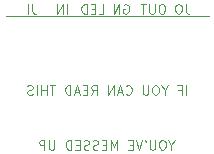
<source format=gbr>
%TF.GenerationSoftware,KiCad,Pcbnew,9.0.0*%
%TF.CreationDate,2025-02-28T17:36:00-08:00*%
%TF.ProjectId,3pdt board,33706474-2062-46f6-9172-642e6b696361,rev?*%
%TF.SameCoordinates,Original*%
%TF.FileFunction,Legend,Bot*%
%TF.FilePolarity,Positive*%
%FSLAX46Y46*%
G04 Gerber Fmt 4.6, Leading zero omitted, Abs format (unit mm)*
G04 Created by KiCad (PCBNEW 9.0.0) date 2025-02-28 17:36:00*
%MOMM*%
%LPD*%
G01*
G04 APERTURE LIST*
%ADD10C,0.125000*%
%ADD11C,0.100000*%
G04 APERTURE END LIST*
D10*
X145024761Y-81494642D02*
X145024761Y-81875595D01*
X145291428Y-81075595D02*
X145024761Y-81494642D01*
X145024761Y-81494642D02*
X144758095Y-81075595D01*
X144339047Y-81075595D02*
X144186666Y-81075595D01*
X144186666Y-81075595D02*
X144110476Y-81113690D01*
X144110476Y-81113690D02*
X144034285Y-81189880D01*
X144034285Y-81189880D02*
X143996190Y-81342261D01*
X143996190Y-81342261D02*
X143996190Y-81608928D01*
X143996190Y-81608928D02*
X144034285Y-81761309D01*
X144034285Y-81761309D02*
X144110476Y-81837500D01*
X144110476Y-81837500D02*
X144186666Y-81875595D01*
X144186666Y-81875595D02*
X144339047Y-81875595D01*
X144339047Y-81875595D02*
X144415238Y-81837500D01*
X144415238Y-81837500D02*
X144491428Y-81761309D01*
X144491428Y-81761309D02*
X144529524Y-81608928D01*
X144529524Y-81608928D02*
X144529524Y-81342261D01*
X144529524Y-81342261D02*
X144491428Y-81189880D01*
X144491428Y-81189880D02*
X144415238Y-81113690D01*
X144415238Y-81113690D02*
X144339047Y-81075595D01*
X143653333Y-81075595D02*
X143653333Y-81723214D01*
X143653333Y-81723214D02*
X143615238Y-81799404D01*
X143615238Y-81799404D02*
X143577143Y-81837500D01*
X143577143Y-81837500D02*
X143500952Y-81875595D01*
X143500952Y-81875595D02*
X143348571Y-81875595D01*
X143348571Y-81875595D02*
X143272381Y-81837500D01*
X143272381Y-81837500D02*
X143234286Y-81799404D01*
X143234286Y-81799404D02*
X143196190Y-81723214D01*
X143196190Y-81723214D02*
X143196190Y-81075595D01*
X142777143Y-81075595D02*
X142853334Y-81227976D01*
X142548572Y-81075595D02*
X142281905Y-81875595D01*
X142281905Y-81875595D02*
X142015239Y-81075595D01*
X141748572Y-81456547D02*
X141481906Y-81456547D01*
X141367620Y-81875595D02*
X141748572Y-81875595D01*
X141748572Y-81875595D02*
X141748572Y-81075595D01*
X141748572Y-81075595D02*
X141367620Y-81075595D01*
X140415238Y-81875595D02*
X140415238Y-81075595D01*
X140415238Y-81075595D02*
X140148572Y-81647023D01*
X140148572Y-81647023D02*
X139881905Y-81075595D01*
X139881905Y-81075595D02*
X139881905Y-81875595D01*
X139500952Y-81456547D02*
X139234286Y-81456547D01*
X139120000Y-81875595D02*
X139500952Y-81875595D01*
X139500952Y-81875595D02*
X139500952Y-81075595D01*
X139500952Y-81075595D02*
X139120000Y-81075595D01*
X138815238Y-81837500D02*
X138700952Y-81875595D01*
X138700952Y-81875595D02*
X138510476Y-81875595D01*
X138510476Y-81875595D02*
X138434285Y-81837500D01*
X138434285Y-81837500D02*
X138396190Y-81799404D01*
X138396190Y-81799404D02*
X138358095Y-81723214D01*
X138358095Y-81723214D02*
X138358095Y-81647023D01*
X138358095Y-81647023D02*
X138396190Y-81570833D01*
X138396190Y-81570833D02*
X138434285Y-81532738D01*
X138434285Y-81532738D02*
X138510476Y-81494642D01*
X138510476Y-81494642D02*
X138662857Y-81456547D01*
X138662857Y-81456547D02*
X138739047Y-81418452D01*
X138739047Y-81418452D02*
X138777142Y-81380357D01*
X138777142Y-81380357D02*
X138815238Y-81304166D01*
X138815238Y-81304166D02*
X138815238Y-81227976D01*
X138815238Y-81227976D02*
X138777142Y-81151785D01*
X138777142Y-81151785D02*
X138739047Y-81113690D01*
X138739047Y-81113690D02*
X138662857Y-81075595D01*
X138662857Y-81075595D02*
X138472380Y-81075595D01*
X138472380Y-81075595D02*
X138358095Y-81113690D01*
X138053333Y-81837500D02*
X137939047Y-81875595D01*
X137939047Y-81875595D02*
X137748571Y-81875595D01*
X137748571Y-81875595D02*
X137672380Y-81837500D01*
X137672380Y-81837500D02*
X137634285Y-81799404D01*
X137634285Y-81799404D02*
X137596190Y-81723214D01*
X137596190Y-81723214D02*
X137596190Y-81647023D01*
X137596190Y-81647023D02*
X137634285Y-81570833D01*
X137634285Y-81570833D02*
X137672380Y-81532738D01*
X137672380Y-81532738D02*
X137748571Y-81494642D01*
X137748571Y-81494642D02*
X137900952Y-81456547D01*
X137900952Y-81456547D02*
X137977142Y-81418452D01*
X137977142Y-81418452D02*
X138015237Y-81380357D01*
X138015237Y-81380357D02*
X138053333Y-81304166D01*
X138053333Y-81304166D02*
X138053333Y-81227976D01*
X138053333Y-81227976D02*
X138015237Y-81151785D01*
X138015237Y-81151785D02*
X137977142Y-81113690D01*
X137977142Y-81113690D02*
X137900952Y-81075595D01*
X137900952Y-81075595D02*
X137710475Y-81075595D01*
X137710475Y-81075595D02*
X137596190Y-81113690D01*
X137253332Y-81456547D02*
X136986666Y-81456547D01*
X136872380Y-81875595D02*
X137253332Y-81875595D01*
X137253332Y-81875595D02*
X137253332Y-81075595D01*
X137253332Y-81075595D02*
X136872380Y-81075595D01*
X136529522Y-81875595D02*
X136529522Y-81075595D01*
X136529522Y-81075595D02*
X136339046Y-81075595D01*
X136339046Y-81075595D02*
X136224760Y-81113690D01*
X136224760Y-81113690D02*
X136148570Y-81189880D01*
X136148570Y-81189880D02*
X136110475Y-81266071D01*
X136110475Y-81266071D02*
X136072379Y-81418452D01*
X136072379Y-81418452D02*
X136072379Y-81532738D01*
X136072379Y-81532738D02*
X136110475Y-81685119D01*
X136110475Y-81685119D02*
X136148570Y-81761309D01*
X136148570Y-81761309D02*
X136224760Y-81837500D01*
X136224760Y-81837500D02*
X136339046Y-81875595D01*
X136339046Y-81875595D02*
X136529522Y-81875595D01*
X135119998Y-81075595D02*
X135119998Y-81723214D01*
X135119998Y-81723214D02*
X135081903Y-81799404D01*
X135081903Y-81799404D02*
X135043808Y-81837500D01*
X135043808Y-81837500D02*
X134967617Y-81875595D01*
X134967617Y-81875595D02*
X134815236Y-81875595D01*
X134815236Y-81875595D02*
X134739046Y-81837500D01*
X134739046Y-81837500D02*
X134700951Y-81799404D01*
X134700951Y-81799404D02*
X134662855Y-81723214D01*
X134662855Y-81723214D02*
X134662855Y-81075595D01*
X134281903Y-81875595D02*
X134281903Y-81075595D01*
X134281903Y-81075595D02*
X133977141Y-81075595D01*
X133977141Y-81075595D02*
X133900951Y-81113690D01*
X133900951Y-81113690D02*
X133862856Y-81151785D01*
X133862856Y-81151785D02*
X133824760Y-81227976D01*
X133824760Y-81227976D02*
X133824760Y-81342261D01*
X133824760Y-81342261D02*
X133862856Y-81418452D01*
X133862856Y-81418452D02*
X133900951Y-81456547D01*
X133900951Y-81456547D02*
X133977141Y-81494642D01*
X133977141Y-81494642D02*
X134281903Y-81494642D01*
X146274760Y-77225595D02*
X146274760Y-76425595D01*
X145627142Y-76806547D02*
X145893808Y-76806547D01*
X145893808Y-77225595D02*
X145893808Y-76425595D01*
X145893808Y-76425595D02*
X145512856Y-76425595D01*
X144446189Y-76844642D02*
X144446189Y-77225595D01*
X144712856Y-76425595D02*
X144446189Y-76844642D01*
X144446189Y-76844642D02*
X144179523Y-76425595D01*
X143760475Y-76425595D02*
X143608094Y-76425595D01*
X143608094Y-76425595D02*
X143531904Y-76463690D01*
X143531904Y-76463690D02*
X143455713Y-76539880D01*
X143455713Y-76539880D02*
X143417618Y-76692261D01*
X143417618Y-76692261D02*
X143417618Y-76958928D01*
X143417618Y-76958928D02*
X143455713Y-77111309D01*
X143455713Y-77111309D02*
X143531904Y-77187500D01*
X143531904Y-77187500D02*
X143608094Y-77225595D01*
X143608094Y-77225595D02*
X143760475Y-77225595D01*
X143760475Y-77225595D02*
X143836666Y-77187500D01*
X143836666Y-77187500D02*
X143912856Y-77111309D01*
X143912856Y-77111309D02*
X143950952Y-76958928D01*
X143950952Y-76958928D02*
X143950952Y-76692261D01*
X143950952Y-76692261D02*
X143912856Y-76539880D01*
X143912856Y-76539880D02*
X143836666Y-76463690D01*
X143836666Y-76463690D02*
X143760475Y-76425595D01*
X143074761Y-76425595D02*
X143074761Y-77073214D01*
X143074761Y-77073214D02*
X143036666Y-77149404D01*
X143036666Y-77149404D02*
X142998571Y-77187500D01*
X142998571Y-77187500D02*
X142922380Y-77225595D01*
X142922380Y-77225595D02*
X142769999Y-77225595D01*
X142769999Y-77225595D02*
X142693809Y-77187500D01*
X142693809Y-77187500D02*
X142655714Y-77149404D01*
X142655714Y-77149404D02*
X142617618Y-77073214D01*
X142617618Y-77073214D02*
X142617618Y-76425595D01*
X141169999Y-77149404D02*
X141208095Y-77187500D01*
X141208095Y-77187500D02*
X141322380Y-77225595D01*
X141322380Y-77225595D02*
X141398571Y-77225595D01*
X141398571Y-77225595D02*
X141512857Y-77187500D01*
X141512857Y-77187500D02*
X141589047Y-77111309D01*
X141589047Y-77111309D02*
X141627142Y-77035119D01*
X141627142Y-77035119D02*
X141665238Y-76882738D01*
X141665238Y-76882738D02*
X141665238Y-76768452D01*
X141665238Y-76768452D02*
X141627142Y-76616071D01*
X141627142Y-76616071D02*
X141589047Y-76539880D01*
X141589047Y-76539880D02*
X141512857Y-76463690D01*
X141512857Y-76463690D02*
X141398571Y-76425595D01*
X141398571Y-76425595D02*
X141322380Y-76425595D01*
X141322380Y-76425595D02*
X141208095Y-76463690D01*
X141208095Y-76463690D02*
X141169999Y-76501785D01*
X140865238Y-76997023D02*
X140484285Y-76997023D01*
X140941428Y-77225595D02*
X140674761Y-76425595D01*
X140674761Y-76425595D02*
X140408095Y-77225595D01*
X140141428Y-77225595D02*
X140141428Y-76425595D01*
X140141428Y-76425595D02*
X139684285Y-77225595D01*
X139684285Y-77225595D02*
X139684285Y-76425595D01*
X138236666Y-77225595D02*
X138503333Y-76844642D01*
X138693809Y-77225595D02*
X138693809Y-76425595D01*
X138693809Y-76425595D02*
X138389047Y-76425595D01*
X138389047Y-76425595D02*
X138312857Y-76463690D01*
X138312857Y-76463690D02*
X138274762Y-76501785D01*
X138274762Y-76501785D02*
X138236666Y-76577976D01*
X138236666Y-76577976D02*
X138236666Y-76692261D01*
X138236666Y-76692261D02*
X138274762Y-76768452D01*
X138274762Y-76768452D02*
X138312857Y-76806547D01*
X138312857Y-76806547D02*
X138389047Y-76844642D01*
X138389047Y-76844642D02*
X138693809Y-76844642D01*
X137893809Y-76806547D02*
X137627143Y-76806547D01*
X137512857Y-77225595D02*
X137893809Y-77225595D01*
X137893809Y-77225595D02*
X137893809Y-76425595D01*
X137893809Y-76425595D02*
X137512857Y-76425595D01*
X137208095Y-76997023D02*
X136827142Y-76997023D01*
X137284285Y-77225595D02*
X137017618Y-76425595D01*
X137017618Y-76425595D02*
X136750952Y-77225595D01*
X136484285Y-77225595D02*
X136484285Y-76425595D01*
X136484285Y-76425595D02*
X136293809Y-76425595D01*
X136293809Y-76425595D02*
X136179523Y-76463690D01*
X136179523Y-76463690D02*
X136103333Y-76539880D01*
X136103333Y-76539880D02*
X136065238Y-76616071D01*
X136065238Y-76616071D02*
X136027142Y-76768452D01*
X136027142Y-76768452D02*
X136027142Y-76882738D01*
X136027142Y-76882738D02*
X136065238Y-77035119D01*
X136065238Y-77035119D02*
X136103333Y-77111309D01*
X136103333Y-77111309D02*
X136179523Y-77187500D01*
X136179523Y-77187500D02*
X136293809Y-77225595D01*
X136293809Y-77225595D02*
X136484285Y-77225595D01*
X135189047Y-76425595D02*
X134731904Y-76425595D01*
X134960476Y-77225595D02*
X134960476Y-76425595D01*
X134465237Y-77225595D02*
X134465237Y-76425595D01*
X134465237Y-76806547D02*
X134008094Y-76806547D01*
X134008094Y-77225595D02*
X134008094Y-76425595D01*
X133627142Y-77225595D02*
X133627142Y-76425595D01*
X133284286Y-77187500D02*
X133170000Y-77225595D01*
X133170000Y-77225595D02*
X132979524Y-77225595D01*
X132979524Y-77225595D02*
X132903333Y-77187500D01*
X132903333Y-77187500D02*
X132865238Y-77149404D01*
X132865238Y-77149404D02*
X132827143Y-77073214D01*
X132827143Y-77073214D02*
X132827143Y-76997023D01*
X132827143Y-76997023D02*
X132865238Y-76920833D01*
X132865238Y-76920833D02*
X132903333Y-76882738D01*
X132903333Y-76882738D02*
X132979524Y-76844642D01*
X132979524Y-76844642D02*
X133131905Y-76806547D01*
X133131905Y-76806547D02*
X133208095Y-76768452D01*
X133208095Y-76768452D02*
X133246190Y-76730357D01*
X133246190Y-76730357D02*
X133284286Y-76654166D01*
X133284286Y-76654166D02*
X133284286Y-76577976D01*
X133284286Y-76577976D02*
X133246190Y-76501785D01*
X133246190Y-76501785D02*
X133208095Y-76463690D01*
X133208095Y-76463690D02*
X133131905Y-76425595D01*
X133131905Y-76425595D02*
X132941428Y-76425595D01*
X132941428Y-76425595D02*
X132827143Y-76463690D01*
D11*
X131000000Y-70600000D02*
X148200000Y-70600000D01*
X144291353Y-69556895D02*
X144138972Y-69556895D01*
X144138972Y-69556895D02*
X144062782Y-69594990D01*
X144062782Y-69594990D02*
X143986591Y-69671180D01*
X143986591Y-69671180D02*
X143948496Y-69823561D01*
X143948496Y-69823561D02*
X143948496Y-70090228D01*
X143948496Y-70090228D02*
X143986591Y-70242609D01*
X143986591Y-70242609D02*
X144062782Y-70318800D01*
X144062782Y-70318800D02*
X144138972Y-70356895D01*
X144138972Y-70356895D02*
X144291353Y-70356895D01*
X144291353Y-70356895D02*
X144367544Y-70318800D01*
X144367544Y-70318800D02*
X144443734Y-70242609D01*
X144443734Y-70242609D02*
X144481830Y-70090228D01*
X144481830Y-70090228D02*
X144481830Y-69823561D01*
X144481830Y-69823561D02*
X144443734Y-69671180D01*
X144443734Y-69671180D02*
X144367544Y-69594990D01*
X144367544Y-69594990D02*
X144291353Y-69556895D01*
X143605639Y-69556895D02*
X143605639Y-70204514D01*
X143605639Y-70204514D02*
X143567544Y-70280704D01*
X143567544Y-70280704D02*
X143529449Y-70318800D01*
X143529449Y-70318800D02*
X143453258Y-70356895D01*
X143453258Y-70356895D02*
X143300877Y-70356895D01*
X143300877Y-70356895D02*
X143224687Y-70318800D01*
X143224687Y-70318800D02*
X143186592Y-70280704D01*
X143186592Y-70280704D02*
X143148496Y-70204514D01*
X143148496Y-70204514D02*
X143148496Y-69556895D01*
X142881830Y-69556895D02*
X142424687Y-69556895D01*
X142653259Y-70356895D02*
X142653259Y-69556895D01*
X133235163Y-69566895D02*
X133235163Y-70138323D01*
X133235163Y-70138323D02*
X133273258Y-70252609D01*
X133273258Y-70252609D02*
X133349449Y-70328800D01*
X133349449Y-70328800D02*
X133463734Y-70366895D01*
X133463734Y-70366895D02*
X133539925Y-70366895D01*
X132854210Y-70366895D02*
X132854210Y-69566895D01*
X141004687Y-69594990D02*
X141080877Y-69556895D01*
X141080877Y-69556895D02*
X141195163Y-69556895D01*
X141195163Y-69556895D02*
X141309449Y-69594990D01*
X141309449Y-69594990D02*
X141385639Y-69671180D01*
X141385639Y-69671180D02*
X141423734Y-69747371D01*
X141423734Y-69747371D02*
X141461830Y-69899752D01*
X141461830Y-69899752D02*
X141461830Y-70014038D01*
X141461830Y-70014038D02*
X141423734Y-70166419D01*
X141423734Y-70166419D02*
X141385639Y-70242609D01*
X141385639Y-70242609D02*
X141309449Y-70318800D01*
X141309449Y-70318800D02*
X141195163Y-70356895D01*
X141195163Y-70356895D02*
X141118972Y-70356895D01*
X141118972Y-70356895D02*
X141004687Y-70318800D01*
X141004687Y-70318800D02*
X140966591Y-70280704D01*
X140966591Y-70280704D02*
X140966591Y-70014038D01*
X140966591Y-70014038D02*
X141118972Y-70014038D01*
X140623734Y-70356895D02*
X140623734Y-69556895D01*
X140623734Y-69556895D02*
X140166591Y-70356895D01*
X140166591Y-70356895D02*
X140166591Y-69556895D01*
X136193734Y-70356895D02*
X136193734Y-69556895D01*
X135812782Y-70356895D02*
X135812782Y-69556895D01*
X135812782Y-69556895D02*
X135355639Y-70356895D01*
X135355639Y-70356895D02*
X135355639Y-69556895D01*
X146235163Y-69556895D02*
X146235163Y-70128323D01*
X146235163Y-70128323D02*
X146273258Y-70242609D01*
X146273258Y-70242609D02*
X146349449Y-70318800D01*
X146349449Y-70318800D02*
X146463734Y-70356895D01*
X146463734Y-70356895D02*
X146539925Y-70356895D01*
X145701829Y-69556895D02*
X145549448Y-69556895D01*
X145549448Y-69556895D02*
X145473258Y-69594990D01*
X145473258Y-69594990D02*
X145397067Y-69671180D01*
X145397067Y-69671180D02*
X145358972Y-69823561D01*
X145358972Y-69823561D02*
X145358972Y-70090228D01*
X145358972Y-70090228D02*
X145397067Y-70242609D01*
X145397067Y-70242609D02*
X145473258Y-70318800D01*
X145473258Y-70318800D02*
X145549448Y-70356895D01*
X145549448Y-70356895D02*
X145701829Y-70356895D01*
X145701829Y-70356895D02*
X145778020Y-70318800D01*
X145778020Y-70318800D02*
X145854210Y-70242609D01*
X145854210Y-70242609D02*
X145892306Y-70090228D01*
X145892306Y-70090228D02*
X145892306Y-69823561D01*
X145892306Y-69823561D02*
X145854210Y-69671180D01*
X145854210Y-69671180D02*
X145778020Y-69594990D01*
X145778020Y-69594990D02*
X145701829Y-69556895D01*
X138862782Y-70366895D02*
X139243734Y-70366895D01*
X139243734Y-70366895D02*
X139243734Y-69566895D01*
X138596115Y-69947847D02*
X138329449Y-69947847D01*
X138215163Y-70366895D02*
X138596115Y-70366895D01*
X138596115Y-70366895D02*
X138596115Y-69566895D01*
X138596115Y-69566895D02*
X138215163Y-69566895D01*
X137872305Y-70366895D02*
X137872305Y-69566895D01*
X137872305Y-69566895D02*
X137681829Y-69566895D01*
X137681829Y-69566895D02*
X137567543Y-69604990D01*
X137567543Y-69604990D02*
X137491353Y-69681180D01*
X137491353Y-69681180D02*
X137453258Y-69757371D01*
X137453258Y-69757371D02*
X137415162Y-69909752D01*
X137415162Y-69909752D02*
X137415162Y-70024038D01*
X137415162Y-70024038D02*
X137453258Y-70176419D01*
X137453258Y-70176419D02*
X137491353Y-70252609D01*
X137491353Y-70252609D02*
X137567543Y-70328800D01*
X137567543Y-70328800D02*
X137681829Y-70366895D01*
X137681829Y-70366895D02*
X137872305Y-70366895D01*
M02*

</source>
